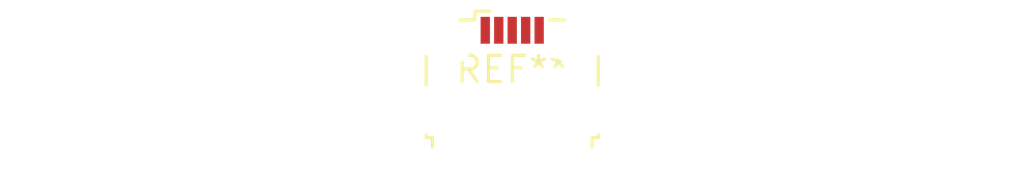
<source format=kicad_pcb>
(kicad_pcb (version 20240108) (generator pcbnew)
  (layers (0 "F.Cu" signal) (31 "B.Cu" signal) (34 "B.Paste" user) (35 "F.Paste" user) (36 "B.SilkS" user "B.Silkscreen") (37 "F.SilkS" user "F.Silkscreen") (38 "B.Mask" user) (39 "F.Mask" user) (44 "Edge.Cuts" user))
  (net 0 "")
  (footprint "USB_Micro-B_Wuerth_629105150521_CircularHoles" (layer "F.Cu") (at 0 0)
    (property "Reference" "REF**")
    (property "Value" "USB_Micro-B_Wuerth_629105150521_CircularHoles")
    (fp_line (start -4.15 -0.65) (end -4.15 0.75) (layer "F.SilkS") (stroke (width 0.15)))
    (fp_line (start -4.15 3.15) (end -4.15 3.3) (layer "F.SilkS") (stroke (width 0.15)))
    (fp_line (start -4.15 3.3) (end -3.85 3.3) (layer "F.SilkS") (stroke (width 0.15)))
    (fp_line (start -3.85 3.3) (end -3.85 3.75) (layer "F.SilkS") (stroke (width 0.15)))
    (fp_line (start -1.8 -2.825) (end -1.8 -2.4) (layer "F.SilkS") (stroke (width 0.15)))
    (fp_line (start -1.8 -2.4) (end -2.525 -2.4) (layer "F.SilkS") (stroke (width 0.15)))
    (fp_line (start -1.075 -2.825) (end -1.8 -2.825) (layer "F.SilkS") (stroke (width 0.15)))
    (fp_line (start 1.8 -2.4) (end 2.525 -2.4) (layer "F.SilkS") (stroke (width 0.15)))
    (fp_line (start 3.85 3.3) (end 4.15 3.3) (layer "F.SilkS") (stroke (width 0.15)))
    (fp_line (start 3.85 3.75) (end 3.85 3.3) (layer "F.SilkS") (stroke (width 0.15)))
    (fp_line (start 4.15 0.75) (end 4.15 -0.65) (layer "F.SilkS") (stroke (width 0.15)))
    (fp_line (start 4.15 3.3) (end 4.15 3.15) (layer "F.SilkS") (stroke (width 0.15)))
    (pad "" np_thru_hole circle (at -2.5 -0.8) (size 0.8 0.8) (drill 0.8) (layers *.Cu *.Mask))
    (pad "" np_thru_hole circle (at 2.5 -0.8) (size 0.8 0.8) (drill 0.8) (layers *.Cu *.Mask))
    (pad "1" smd rect (at -1.3 -1.9) (size 0.45 1.3) (layers "F.Cu" "F.Paste" "F.Mask"))
    (pad "2" smd rect (at -0.65 -1.9) (size 0.45 1.3) (layers "F.Cu" "F.Paste" "F.Mask"))
    (pad "3" smd rect (at 0 -1.9) (size 0.45 1.3) (layers "F.Cu" "F.Paste" "F.Mask"))
    (pad "4" smd rect (at 0.65 -1.9) (size 0.45 1.3) (layers "F.Cu" "F.Paste" "F.Mask"))
    (pad "5" smd rect (at 1.3 -1.9) (size 0.45 1.3) (layers "F.Cu" "F.Paste" "F.Mask"))
    (pad "6" thru_hole circle (at -3.875 1.95) (size 1.8 1.8) (drill 1.2) (layers *.Cu *.Mask) (remove_unused_layers))
    (pad "6" thru_hole circle (at -3.725 -1.85) (size 2 2) (drill 1.4) (layers *.Cu *.Mask) (remove_unused_layers))
    (pad "6" thru_hole circle (at 3.725 -1.85) (size 2 2) (drill 1.4) (layers *.Cu *.Mask) (remove_unused_layers))
    (pad "6" thru_hole circle (at 3.875 1.95) (size 1.8 1.8) (drill 1.2) (layers *.Cu *.Mask) (remove_unused_layers))
  )
)
</source>
